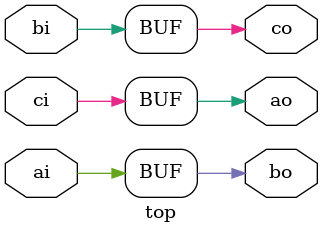
<source format=v>
module top
(
   input ai, bi, ci,
   output reg ao, bo, co
);
   always@*
   begin
      ao=ai;
      bo=bi;
      co=ci;
      {co,co,bo,ao} = {ai,bi,ai,ci}; // Error: multiple assignment to 'co' with blocking assignment
   end

endmodule

</source>
